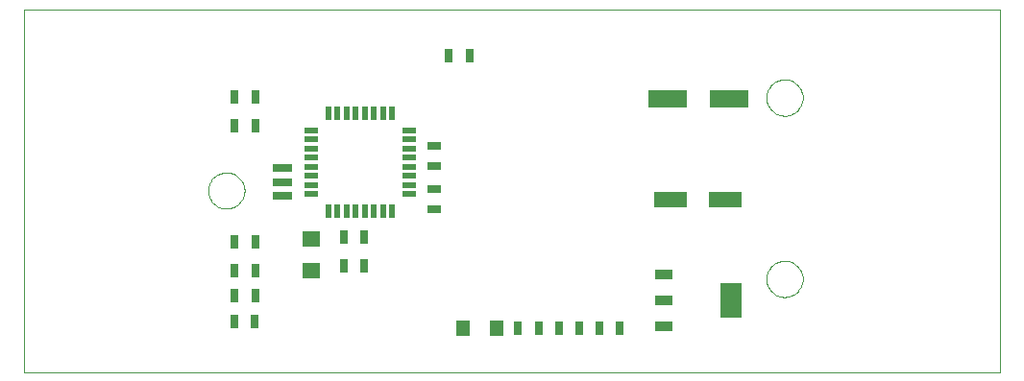
<source format=gtp>
G75*
G70*
%OFA0B0*%
%FSLAX24Y24*%
%IPPOS*%
%LPD*%
%AMOC8*
5,1,8,0,0,1.08239X$1,22.5*
%
%ADD10C,0.0000*%
%ADD11R,0.0315X0.0472*%
%ADD12R,0.1378X0.0630*%
%ADD13R,0.0472X0.0315*%
%ADD14R,0.0669X0.0276*%
%ADD15R,0.0500X0.0220*%
%ADD16R,0.0220X0.0500*%
%ADD17R,0.0630X0.0551*%
%ADD18R,0.1181X0.0551*%
%ADD19R,0.0600X0.0320*%
%ADD20R,0.0750X0.1230*%
%ADD21R,0.0472X0.0551*%
D10*
X007188Y005731D02*
X007188Y018325D01*
X041042Y018325D01*
X041042Y005731D01*
X007188Y005731D01*
X013566Y012030D02*
X013568Y012080D01*
X013574Y012130D01*
X013584Y012179D01*
X013598Y012227D01*
X013615Y012274D01*
X013636Y012319D01*
X013661Y012363D01*
X013689Y012404D01*
X013721Y012443D01*
X013755Y012480D01*
X013792Y012514D01*
X013832Y012544D01*
X013874Y012571D01*
X013918Y012595D01*
X013964Y012616D01*
X014011Y012632D01*
X014059Y012645D01*
X014109Y012654D01*
X014158Y012659D01*
X014209Y012660D01*
X014259Y012657D01*
X014308Y012650D01*
X014357Y012639D01*
X014405Y012624D01*
X014451Y012606D01*
X014496Y012584D01*
X014539Y012558D01*
X014580Y012529D01*
X014619Y012497D01*
X014655Y012462D01*
X014687Y012424D01*
X014717Y012384D01*
X014744Y012341D01*
X014767Y012297D01*
X014786Y012251D01*
X014802Y012203D01*
X014814Y012154D01*
X014822Y012105D01*
X014826Y012055D01*
X014826Y012005D01*
X014822Y011955D01*
X014814Y011906D01*
X014802Y011857D01*
X014786Y011809D01*
X014767Y011763D01*
X014744Y011719D01*
X014717Y011676D01*
X014687Y011636D01*
X014655Y011598D01*
X014619Y011563D01*
X014580Y011531D01*
X014539Y011502D01*
X014496Y011476D01*
X014451Y011454D01*
X014405Y011436D01*
X014357Y011421D01*
X014308Y011410D01*
X014259Y011403D01*
X014209Y011400D01*
X014158Y011401D01*
X014109Y011406D01*
X014059Y011415D01*
X014011Y011428D01*
X013964Y011444D01*
X013918Y011465D01*
X013874Y011489D01*
X013832Y011516D01*
X013792Y011546D01*
X013755Y011580D01*
X013721Y011617D01*
X013689Y011656D01*
X013661Y011697D01*
X013636Y011741D01*
X013615Y011786D01*
X013598Y011833D01*
X013584Y011881D01*
X013574Y011930D01*
X013568Y011980D01*
X013566Y012030D01*
X032936Y008960D02*
X032938Y009010D01*
X032944Y009060D01*
X032954Y009109D01*
X032968Y009157D01*
X032985Y009204D01*
X033006Y009249D01*
X033031Y009293D01*
X033059Y009334D01*
X033091Y009373D01*
X033125Y009410D01*
X033162Y009444D01*
X033202Y009474D01*
X033244Y009501D01*
X033288Y009525D01*
X033334Y009546D01*
X033381Y009562D01*
X033429Y009575D01*
X033479Y009584D01*
X033528Y009589D01*
X033579Y009590D01*
X033629Y009587D01*
X033678Y009580D01*
X033727Y009569D01*
X033775Y009554D01*
X033821Y009536D01*
X033866Y009514D01*
X033909Y009488D01*
X033950Y009459D01*
X033989Y009427D01*
X034025Y009392D01*
X034057Y009354D01*
X034087Y009314D01*
X034114Y009271D01*
X034137Y009227D01*
X034156Y009181D01*
X034172Y009133D01*
X034184Y009084D01*
X034192Y009035D01*
X034196Y008985D01*
X034196Y008935D01*
X034192Y008885D01*
X034184Y008836D01*
X034172Y008787D01*
X034156Y008739D01*
X034137Y008693D01*
X034114Y008649D01*
X034087Y008606D01*
X034057Y008566D01*
X034025Y008528D01*
X033989Y008493D01*
X033950Y008461D01*
X033909Y008432D01*
X033866Y008406D01*
X033821Y008384D01*
X033775Y008366D01*
X033727Y008351D01*
X033678Y008340D01*
X033629Y008333D01*
X033579Y008330D01*
X033528Y008331D01*
X033479Y008336D01*
X033429Y008345D01*
X033381Y008358D01*
X033334Y008374D01*
X033288Y008395D01*
X033244Y008419D01*
X033202Y008446D01*
X033162Y008476D01*
X033125Y008510D01*
X033091Y008547D01*
X033059Y008586D01*
X033031Y008627D01*
X033006Y008671D01*
X032985Y008716D01*
X032968Y008763D01*
X032954Y008811D01*
X032944Y008860D01*
X032938Y008910D01*
X032936Y008960D01*
X032936Y015259D02*
X032938Y015309D01*
X032944Y015359D01*
X032954Y015408D01*
X032968Y015456D01*
X032985Y015503D01*
X033006Y015548D01*
X033031Y015592D01*
X033059Y015633D01*
X033091Y015672D01*
X033125Y015709D01*
X033162Y015743D01*
X033202Y015773D01*
X033244Y015800D01*
X033288Y015824D01*
X033334Y015845D01*
X033381Y015861D01*
X033429Y015874D01*
X033479Y015883D01*
X033528Y015888D01*
X033579Y015889D01*
X033629Y015886D01*
X033678Y015879D01*
X033727Y015868D01*
X033775Y015853D01*
X033821Y015835D01*
X033866Y015813D01*
X033909Y015787D01*
X033950Y015758D01*
X033989Y015726D01*
X034025Y015691D01*
X034057Y015653D01*
X034087Y015613D01*
X034114Y015570D01*
X034137Y015526D01*
X034156Y015480D01*
X034172Y015432D01*
X034184Y015383D01*
X034192Y015334D01*
X034196Y015284D01*
X034196Y015234D01*
X034192Y015184D01*
X034184Y015135D01*
X034172Y015086D01*
X034156Y015038D01*
X034137Y014992D01*
X034114Y014948D01*
X034087Y014905D01*
X034057Y014865D01*
X034025Y014827D01*
X033989Y014792D01*
X033950Y014760D01*
X033909Y014731D01*
X033866Y014705D01*
X033821Y014683D01*
X033775Y014665D01*
X033727Y014650D01*
X033678Y014639D01*
X033629Y014632D01*
X033579Y014629D01*
X033528Y014630D01*
X033479Y014635D01*
X033429Y014644D01*
X033381Y014657D01*
X033334Y014673D01*
X033288Y014694D01*
X033244Y014718D01*
X033202Y014745D01*
X033162Y014775D01*
X033125Y014809D01*
X033091Y014846D01*
X033059Y014885D01*
X033031Y014926D01*
X033006Y014970D01*
X032985Y015015D01*
X032968Y015062D01*
X032954Y015110D01*
X032944Y015159D01*
X032938Y015209D01*
X032936Y015259D01*
D11*
X022633Y016731D03*
X021924Y016731D03*
X015192Y015294D03*
X014483Y015294D03*
X014483Y014294D03*
X015192Y014294D03*
X018271Y010412D03*
X018979Y010412D03*
X018979Y009412D03*
X018271Y009412D03*
X015192Y009263D03*
X014483Y009263D03*
X014483Y008381D03*
X015192Y008381D03*
X015168Y007475D03*
X014460Y007475D03*
X014483Y010263D03*
X015192Y010263D03*
X024318Y007256D03*
X025026Y007256D03*
X025743Y007256D03*
X026451Y007256D03*
X027143Y007256D03*
X027851Y007256D03*
D12*
X029503Y015231D03*
X031629Y015231D03*
D13*
X021416Y013582D03*
X021416Y012873D03*
X021424Y012089D03*
X021424Y011381D03*
D14*
X016149Y011857D03*
X016149Y012330D03*
X016149Y012802D03*
D15*
X017147Y012861D03*
X017147Y013176D03*
X017147Y013491D03*
X017147Y013806D03*
X017147Y014121D03*
X017147Y012546D03*
X017147Y012231D03*
X017147Y011916D03*
X020527Y011916D03*
X020527Y012231D03*
X020527Y012546D03*
X020527Y012861D03*
X020527Y013176D03*
X020527Y013491D03*
X020527Y013806D03*
X020527Y014121D03*
D16*
X019940Y014709D03*
X019625Y014709D03*
X019310Y014709D03*
X018995Y014709D03*
X018680Y014709D03*
X018365Y014709D03*
X018050Y014709D03*
X017735Y014709D03*
X017735Y011329D03*
X018050Y011329D03*
X018365Y011329D03*
X018680Y011329D03*
X018995Y011329D03*
X019310Y011329D03*
X019625Y011329D03*
X019940Y011329D03*
D17*
X017152Y010365D03*
X017152Y009263D03*
D18*
X029621Y011731D03*
X031511Y011731D03*
D19*
X029377Y009125D03*
X029377Y008231D03*
X029377Y007330D03*
D20*
X031716Y008231D03*
D21*
X023588Y007256D03*
X022407Y007256D03*
M02*

</source>
